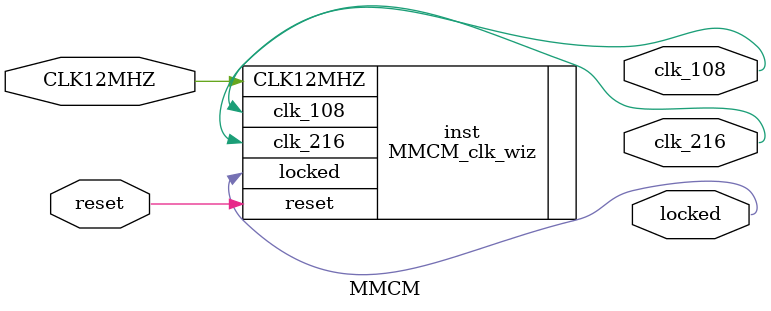
<source format=v>


`timescale 1ps/1ps

(* CORE_GENERATION_INFO = "MMCM,clk_wiz_v6_0_2_0_0,{component_name=MMCM,use_phase_alignment=true,use_min_o_jitter=false,use_max_i_jitter=false,use_dyn_phase_shift=false,use_inclk_switchover=false,use_dyn_reconfig=false,enable_axi=0,feedback_source=FDBK_AUTO,PRIMITIVE=MMCM,num_out_clk=2,clkin1_period=83.333,clkin2_period=10.0,use_power_down=false,use_reset=true,use_locked=true,use_inclk_stopped=false,feedback_type=SINGLE,CLOCK_MGR_TYPE=NA,manual_override=false}" *)

module MMCM 
 (
  // Clock out ports
  output        clk_216,
  output        clk_108,
  // Status and control signals
  input         reset,
  output        locked,
 // Clock in ports
  input         CLK12MHZ
 );

  MMCM_clk_wiz inst
  (
  // Clock out ports  
  .clk_216(clk_216),
  .clk_108(clk_108),
  // Status and control signals               
  .reset(reset), 
  .locked(locked),
 // Clock in ports
  .CLK12MHZ(CLK12MHZ)
  );

endmodule

</source>
